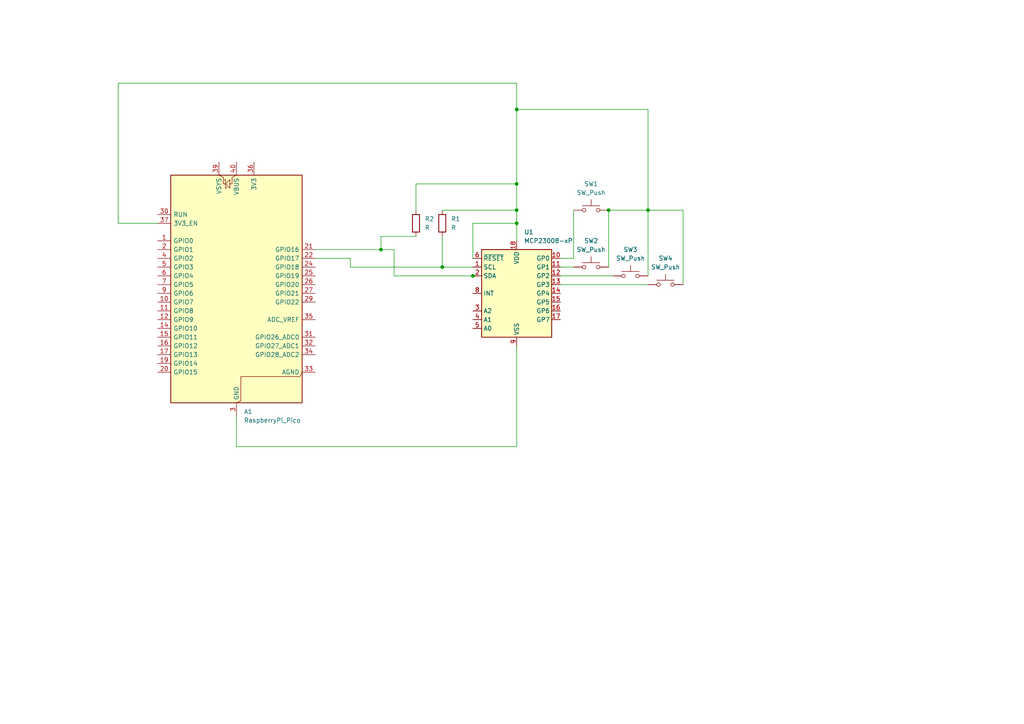
<source format=kicad_sch>
(kicad_sch (version 20250114) (generator "eeschema") (generator_version "9.0")
  (paper "A4")
  (lib_symbols
    (symbol "Device:R" (pin_numbers (hide yes)) (pin_names (offset 0))
      (property "Reference" "R" (at 2.032 0 90))
      (property "Value" "R" (at 0 0 90))
      (symbol "R_0_1"
        (rectangle (start -1.016 -2.54) (end 1.016 2.54) (stroke (width 0.254)))
      )
      (symbol "R_1_1"
        (pin passive line (at 0 3.81 270) (length 1.27) (name "~") (number "1"))
        (pin passive line (at 0 -3.81 90) (length 1.27) (name "~") (number "2"))
      )
    )
    (symbol "Interface_Expansion:MCP23008-xP"
      (property "Reference" "U" (at -8.89 13.97 0))
      (property "Value" "MCP23008-xP" (at 8.89 13.97 0))
      (symbol "MCP23008-xP_0_1"
        (rectangle (start -10.16 12.7) (end 10.16 -12.7) (stroke (width 0.254)) (fill (type background)))
      )
      (symbol "MCP23008-xP_1_1"
        (pin input line (at -12.7 10.16 0) (length 2.54) (name "~{RESET}") (number "6"))
        (pin input line (at -12.7 7.62 0) (length 2.54) (name "SCL") (number "1"))
        (pin bidirectional line (at -12.7 5.08 0) (length 2.54) (name "SDA") (number "2"))
        (pin output line (at -12.7 0 0) (length 2.54) (name "INT") (number "8"))
        (pin input line (at -12.7 -5.08 0) (length 2.54) (name "A2") (number "3"))
        (pin input line (at -12.7 -7.62 0) (length 2.54) (name "A1") (number "4"))
        (pin input line (at -12.7 -10.16 0) (length 2.54) (name "A0") (number "5"))
        (pin no_connect line (at -10.16 -2.54 0) (length 2.54) (hide yes) (name "NC") (number "7"))
        (pin power_in line (at 0 15.24 270) (length 2.54) (name "VDD") (number "18"))
        (pin power_in line (at 0 -15.24 90) (length 2.54) (name "VSS") (number "9"))
        (pin bidirectional line (at 12.7 10.16 180) (length 2.54) (name "GP0") (number "10"))
        (pin bidirectional line (at 12.7 7.62 180) (length 2.54) (name "GP1") (number "11"))
        (pin bidirectional line (at 12.7 5.08 180) (length 2.54) (name "GP2") (number "12"))
        (pin bidirectional line (at 12.7 2.54 180) (length 2.54) (name "GP3") (number "13"))
        (pin bidirectional line (at 12.7 0 180) (length 2.54) (name "GP4") (number "14"))
        (pin bidirectional line (at 12.7 -2.54 180) (length 2.54) (name "GP5") (number "15"))
        (pin bidirectional line (at 12.7 -5.08 180) (length 2.54) (name "GP6") (number "16"))
        (pin bidirectional line (at 12.7 -7.62 180) (length 2.54) (name "GP7") (number "17"))
      )
    )
    (symbol "MCU_Module:RaspberryPi_Pico" (pin_names (offset 0.762))
      (property "Reference" "A" (at -19.05 35.56 0))
      (property "Value" "RaspberryPi_Pico" (at 7.62 35.56 0))
      (symbol "RaspberryPi_Pico_0_1"
        (rectangle (start -19.05 34.29) (end 19.05 -31.75) (stroke (width 0.254)) (fill (type background)))
        (polyline (pts (xy -5.08 34.29) (xy -3.81 33.655) (xy -3.81 31.75) (xy -3.175 31.75)))
        (polyline (pts (xy -3.429 32.766) (xy -3.429 33.02) (xy -3.175 33.02) (xy -3.175 30.48) (xy -2.921 30.48) (xy -2.921 30.734)))
        (polyline (pts (xy -3.175 31.75) (xy -1.905 33.02) (xy -1.905 30.48) (xy -3.175 31.75)))
        (polyline (pts (xy 0 34.29) (xy -1.27 33.655) (xy -1.27 31.75) (xy -1.905 31.75)))
        (polyline (pts (xy 0 -31.75) (xy 1.27 -31.115) (xy 1.27 -24.13) (xy 18.415 -24.13) (xy 19.05 -22.86)))
      )
      (symbol "RaspberryPi_Pico_1_1"
        (pin passive line (at -22.86 22.86 0) (length 3.81) (name "RUN") (number "30"))
        (pin passive line (at -22.86 20.32 0) (length 3.81) (name "3V3_EN") (number "37"))
        (pin bidirectional line (at -22.86 15.24 0) (length 3.81) (name "GPIO0") (number "1"))
        (pin bidirectional line (at -22.86 12.7 0) (length 3.81) (name "GPIO1") (number "2"))
        (pin bidirectional line (at -22.86 10.16 0) (length 3.81) (name "GPIO2") (number "4"))
        (pin bidirectional line (at -22.86 7.62 0) (length 3.81) (name "GPIO3") (number "5"))
        (pin bidirectional line (at -22.86 5.08 0) (length 3.81) (name "GPIO4") (number "6"))
        (pin bidirectional line (at -22.86 2.54 0) (length 3.81) (name "GPIO5") (number "7"))
        (pin bidirectional line (at -22.86 0 0) (length 3.81) (name "GPIO6") (number "9"))
        (pin bidirectional line (at -22.86 -2.54 0) (length 3.81) (name "GPIO7") (number "10"))
        (pin bidirectional line (at -22.86 -5.08 0) (length 3.81) (name "GPIO8") (number "11"))
        (pin bidirectional line (at -22.86 -7.62 0) (length 3.81) (name "GPIO9") (number "12"))
        (pin bidirectional line (at -22.86 -10.16 0) (length 3.81) (name "GPIO10") (number "14"))
        (pin bidirectional line (at -22.86 -12.7 0) (length 3.81) (name "GPIO11") (number "15"))
        (pin bidirectional line (at -22.86 -15.24 0) (length 3.81) (name "GPIO12") (number "16"))
        (pin bidirectional line (at -22.86 -17.78 0) (length 3.81) (name "GPIO13") (number "17"))
        (pin bidirectional line (at -22.86 -20.32 0) (length 3.81) (name "GPIO14") (number "19"))
        (pin bidirectional line (at -22.86 -22.86 0) (length 3.81) (name "GPIO15") (number "20"))
        (pin power_in line (at -5.08 38.1 270) (length 3.81) (name "VSYS") (number "39"))
        (pin power_out line (at 0 38.1 270) (length 3.81) (name "VBUS") (number "40"))
        (pin passive line (at 0 -35.56 90) (length 3.81) (hide yes) (name "GND") (number "13"))
        (pin passive line (at 0 -35.56 90) (length 3.81) (hide yes) (name "GND") (number "18"))
        (pin passive line (at 0 -35.56 90) (length 3.81) (hide yes) (name "GND") (number "23"))
        (pin passive line (at 0 -35.56 90) (length 3.81) (hide yes) (name "GND") (number "28"))
        (pin power_out line (at 0 -35.56 90) (length 3.81) (name "GND") (number "3"))
        (pin passive line (at 0 -35.56 90) (length 3.81) (hide yes) (name "GND") (number "38"))
        (pin passive line (at 0 -35.56 90) (length 3.81) (hide yes) (name "GND") (number "8"))
        (pin power_out line (at 5.08 38.1 270) (length 3.81) (name "3V3") (number "36"))
        (pin bidirectional line (at 22.86 12.7 180) (length 3.81) (name "GPIO16") (number "21"))
        (pin bidirectional line (at 22.86 10.16 180) (length 3.81) (name "GPIO17") (number "22"))
        (pin bidirectional line (at 22.86 7.62 180) (length 3.81) (name "GPIO18") (number "24"))
        (pin bidirectional line (at 22.86 5.08 180) (length 3.81) (name "GPIO19") (number "25"))
        (pin bidirectional line (at 22.86 2.54 180) (length 3.81) (name "GPIO20") (number "26"))
        (pin bidirectional line (at 22.86 0 180) (length 3.81) (name "GPIO21") (number "27"))
        (pin bidirectional line (at 22.86 -2.54 180) (length 3.81) (name "GPIO22") (number "29"))
        (pin power_in line (at 22.86 -7.62 180) (length 3.81) (name "ADC_VREF") (number "35"))
        (pin bidirectional line (at 22.86 -12.7 180) (length 3.81) (name "GPIO26_ADC0") (number "31"))
        (pin bidirectional line (at 22.86 -15.24 180) (length 3.81) (name "GPIO27_ADC1") (number "32"))
        (pin bidirectional line (at 22.86 -17.78 180) (length 3.81) (name "GPIO28_ADC2") (number "34"))
        (pin power_out line (at 22.86 -22.86 180) (length 3.81) (name "AGND") (number "33"))
      )
    )
    (symbol "Switch:SW_Push" (pin_numbers (hide yes)) (pin_names (offset 1.016) (hide yes))
      (property "Reference" "SW" (at 1.27 2.54 0))
      (property "Value" "SW_Push" (at 0 -1.524 0))
      (symbol "SW_Push_0_1"
        (circle (center -2.032 0) (radius 0.508))
        (polyline (pts (xy 0 1.27) (xy 0 3.048)))
        (circle (center 2.032 0) (radius 0.508))
        (polyline (pts (xy 2.54 1.27) (xy -2.54 1.27)))
        (pin passive line (at -5.08 0 0) (length 2.54) (name "1") (number "1"))
        (pin passive line (at 5.08 0 180) (length 2.54) (name "2") (number "2"))
      )
    )
  )
  (junction (at 149.86 64.77))
  (junction (at 176.53 60.96))
  (junction (at 128.27 77.47))
  (junction (at 149.86 53.34))
  (junction (at 110.49 72.39))
  (junction (at 149.86 31.75))
  (junction (at 137.16 80.01))
  (junction (at 187.96 60.96))
  (junction (at 149.86 60.96))
  (wire (pts (xy 101.6 77.47) (xy 101.6 74.93)))
  (wire (pts (xy 176.53 60.96) (xy 176.53 77.47)))
  (wire (pts (xy 149.86 31.75) (xy 149.86 24.13)))
  (wire (pts (xy 187.96 60.96) (xy 176.53 60.96)))
  (wire (pts (xy 149.86 69.85) (xy 149.86 64.77)))
  (wire (pts (xy 162.56 82.55) (xy 187.96 82.55)))
  (wire (pts (xy 138.43 80.01) (xy 137.16 80.01)))
  (wire (pts (xy 187.96 31.75) (xy 187.96 60.96)))
  (wire (pts (xy 198.12 60.96) (xy 198.12 82.55)))
  (wire (pts (xy 166.37 74.93) (xy 162.56 74.93)))
  (wire (pts (xy 166.37 60.96) (xy 166.37 74.93)))
  (wire (pts (xy 68.58 129.54) (xy 68.58 120.65)))
  (wire (pts (xy 120.65 53.34) (xy 120.65 60.96)))
  (wire (pts (xy 34.29 64.77) (xy 45.72 64.77)))
  (wire (pts (xy 101.6 74.93) (xy 91.44 74.93)))
  (wire (pts (xy 128.27 60.96) (xy 149.86 60.96)))
  (wire (pts (xy 114.3 80.01) (xy 114.3 72.39)))
  (wire (pts (xy 149.86 100.33) (xy 149.86 129.54)))
  (wire (pts (xy 149.86 53.34) (xy 149.86 31.75)))
  (wire (pts (xy 149.86 24.13) (xy 34.29 24.13)))
  (wire (pts (xy 149.86 53.34) (xy 120.65 53.34)))
  (wire (pts (xy 128.27 77.47) (xy 101.6 77.47)))
  (wire (pts (xy 149.86 31.75) (xy 187.96 31.75)))
  (wire (pts (xy 187.96 60.96) (xy 187.96 80.01)))
  (wire (pts (xy 128.27 68.58) (xy 128.27 77.47)))
  (wire (pts (xy 137.16 74.93) (xy 137.16 64.77)))
  (wire (pts (xy 34.29 24.13) (xy 34.29 64.77)))
  (wire (pts (xy 137.16 64.77) (xy 149.86 64.77)))
  (wire (pts (xy 162.56 77.47) (xy 166.37 77.47)))
  (wire (pts (xy 149.86 129.54) (xy 68.58 129.54)))
  (wire (pts (xy 137.16 77.47) (xy 128.27 77.47)))
  (wire (pts (xy 110.49 72.39) (xy 91.44 72.39)))
  (wire (pts (xy 149.86 60.96) (xy 149.86 53.34)))
  (wire (pts (xy 114.3 72.39) (xy 110.49 72.39)))
  (wire (pts (xy 110.49 68.58) (xy 110.49 72.39)))
  (wire (pts (xy 162.56 80.01) (xy 177.8 80.01)))
  (wire (pts (xy 149.86 64.77) (xy 149.86 60.96)))
  (wire (pts (xy 187.96 60.96) (xy 198.12 60.96)))
  (wire (pts (xy 120.65 68.58) (xy 110.49 68.58)))
  (wire (pts (xy 137.16 80.01) (xy 114.3 80.01)))
  (symbol (lib_id "Device:R") (at 128.27 64.77 0) (unit 1)
    (property "Reference" "R1" (at 130.81 63.4999 0) (effects (justify left)))
    (property "Value" "R" (at 130.81 66.0399 0) (effects (justify left)))
    (property "Description" "Resistor" (effects (hide yes)))
  )
  (symbol (lib_id "Switch:SW_Push") (at 193.04 82.55 0) (unit 1)
    (property "Reference" "SW4" (at 193.04 74.93 0))
    (property "Value" "SW_Push" (at 193.04 77.47 0))
    (property "Description" "Push button switch, generic, two pins" (effects (hide yes)))
  )
  (symbol (lib_id "Switch:SW_Push") (at 171.45 77.47 0) (unit 1)
    (property "Reference" "SW2" (at 171.45 69.85 0))
    (property "Value" "SW_Push" (at 171.45 72.39 0))
    (property "Description" "Push button switch, generic, two pins" (effects (hide yes)))
  )
  (symbol (lib_id "Switch:SW_Push") (at 171.45 60.96 0) (unit 1)
    (property "Reference" "SW1" (at 171.45 53.34 0))
    (property "Value" "SW_Push" (at 171.45 55.88 0))
    (property "Description" "Push button switch, generic, two pins" (effects (hide yes)))
  )
  (symbol (lib_id "Interface_Expansion:MCP23008-xP") (at 149.86 85.09 0) (unit 1)
    (property "Reference" "U1" (at 152.0033 67.31 0) (effects (justify left)))
    (property "Value" "MCP23008-xP" (at 152.0033 69.85 0) (effects (justify left)))
    (property "Footprint" "Package_DIP:DIP-18_W7.62mm" (effects (hide yes)))
    (property "Datasheet" "http://ww1.microchip.com/downloads/en/DeviceDoc/MCP23008-MCP23S08-Data-Sheet-20001919F.pdf" (effects (hide yes)))
    (property "Description" "8-bit I/O expander, I2C, interrupts, PDIP-18" (effects (hide yes)))
  )
  (symbol (lib_id "Device:R") (at 120.65 64.77 0) (unit 1)
    (property "Reference" "R2" (at 123.19 63.4999 0) (effects (justify left)))
    (property "Value" "R" (at 123.19 66.0399 0) (effects (justify left)))
    (property "Description" "Resistor" (effects (hide yes)))
  )
  (symbol (lib_id "Switch:SW_Push") (at 182.88 80.01 0) (unit 1)
    (property "Reference" "SW3" (at 182.88 72.39 0))
    (property "Value" "SW_Push" (at 182.88 74.93 0))
    (property "Description" "Push button switch, generic, two pins" (effects (hide yes)))
  )
  (symbol (lib_id "MCU_Module:RaspberryPi_Pico") (at 68.58 85.09 0) (unit 1)
    (property "Reference" "A1" (at 70.7233 119.38 0) (effects (justify left)))
    (property "Value" "RaspberryPi_Pico" (at 70.7233 121.92 0) (effects (justify left)))
    (property "Footprint" "Module:RaspberryPi_Pico_Common_Unspecified" (effects (hide yes)))
    (property "Datasheet" "https://datasheets.raspberrypi.com/pico/pico-datasheet.pdf" (effects (hide yes)))
    (property "Description" "Versatile and inexpensive microcontroller module powered by RP2040 dual-core Arm Cortex-M0+ processor up to 133 MHz, 264kB SRAM, 2MB QSPI flash; also supports Raspberry Pi Pico 2" (effects (hide yes)))
  )
)
</source>
